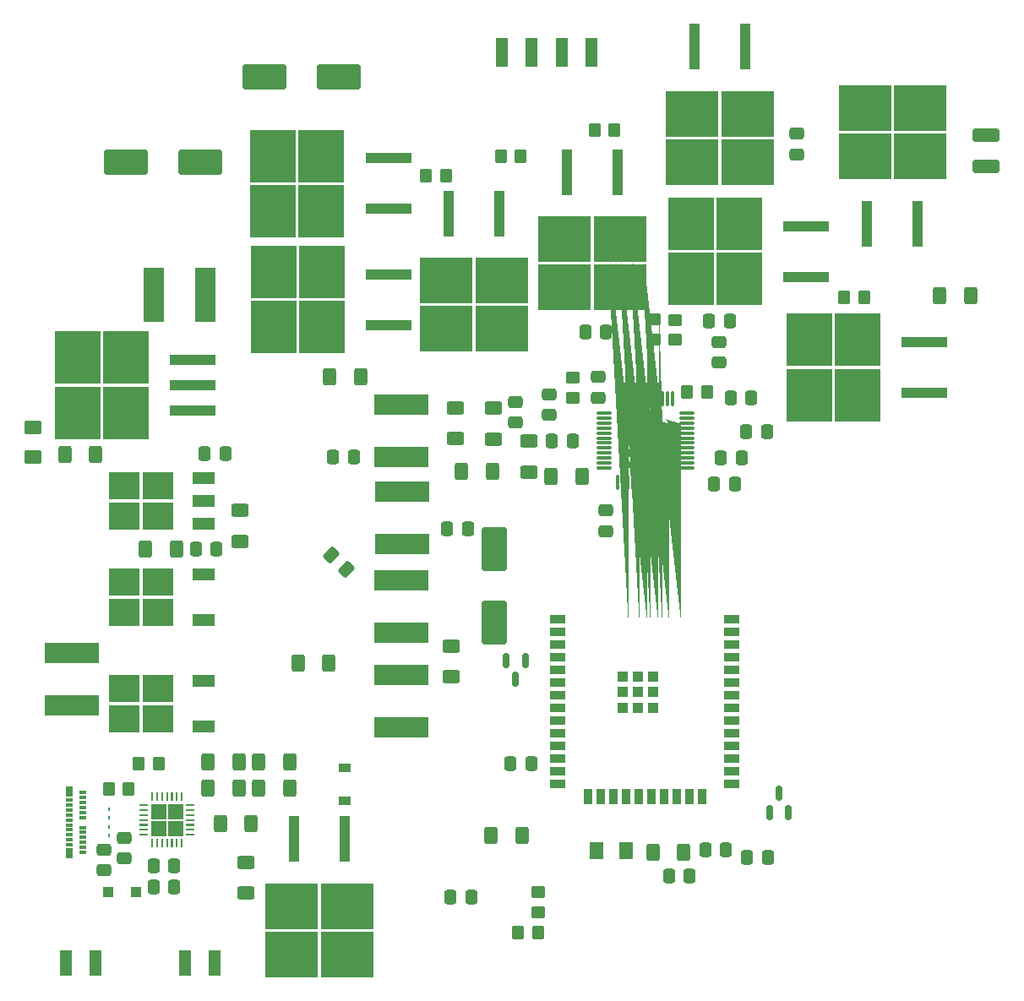
<source format=gbr>
%TF.GenerationSoftware,KiCad,Pcbnew,6.0.4-6f826c9f35~116~ubuntu20.04.1*%
%TF.CreationDate,2022-04-10T19:12:30+02:00*%
%TF.ProjectId,THEIA,54484549-412e-46b6-9963-61645f706362,rev?*%
%TF.SameCoordinates,Original*%
%TF.FileFunction,Paste,Top*%
%TF.FilePolarity,Positive*%
%FSLAX46Y46*%
G04 Gerber Fmt 4.6, Leading zero omitted, Abs format (unit mm)*
G04 Created by KiCad (PCBNEW 6.0.4-6f826c9f35~116~ubuntu20.04.1) date 2022-04-10 19:12:30*
%MOMM*%
%LPD*%
G01*
G04 APERTURE LIST*
G04 Aperture macros list*
%AMRoundRect*
0 Rectangle with rounded corners*
0 $1 Rounding radius*
0 $2 $3 $4 $5 $6 $7 $8 $9 X,Y pos of 4 corners*
0 Add a 4 corners polygon primitive as box body*
4,1,4,$2,$3,$4,$5,$6,$7,$8,$9,$2,$3,0*
0 Add four circle primitives for the rounded corners*
1,1,$1+$1,$2,$3*
1,1,$1+$1,$4,$5*
1,1,$1+$1,$6,$7*
1,1,$1+$1,$8,$9*
0 Add four rect primitives between the rounded corners*
20,1,$1+$1,$2,$3,$4,$5,0*
20,1,$1+$1,$4,$5,$6,$7,0*
20,1,$1+$1,$6,$7,$8,$9,0*
20,1,$1+$1,$8,$9,$2,$3,0*%
%AMFreePoly0*
4,1,57,0.310398,0.500898,0.314705,0.501203,0.317021,0.499938,0.323018,0.499068,0.347252,0.483421,0.372568,0.469589,0.469589,0.372568,0.482067,0.355857,0.485330,0.353026,0.486073,0.350492,0.489698,0.345638,0.495769,0.317441,0.503891,0.289756,0.503891,-0.289756,0.500898,-0.310398,0.501203,-0.314705,0.499938,-0.317021,0.499068,-0.323018,0.483421,-0.347252,0.469589,-0.372568,
0.372568,-0.469589,0.355856,-0.482069,0.353026,-0.485330,0.350494,-0.486073,0.345638,-0.489699,0.317434,-0.495771,0.289756,-0.503891,-0.289756,-0.503891,-0.310398,-0.500898,-0.314705,-0.501203,-0.317021,-0.499938,-0.323018,-0.499068,-0.347252,-0.483421,-0.372568,-0.469589,-0.469589,-0.372568,-0.482069,-0.355856,-0.485330,-0.353026,-0.486073,-0.350494,-0.489699,-0.345638,-0.495771,-0.317434,
-0.503891,-0.289756,-0.503891,0.289756,-0.500898,0.310398,-0.501203,0.314705,-0.499938,0.317021,-0.499068,0.323018,-0.483421,0.347252,-0.469589,0.372568,-0.372568,0.469589,-0.355857,0.482067,-0.353026,0.485330,-0.350492,0.486073,-0.345638,0.489698,-0.317441,0.495769,-0.289756,0.503891,0.289756,0.503891,0.310398,0.500898,0.310398,0.500898,$1*%
G04 Aperture macros list end*
%ADD10C,0.100000*%
%ADD11R,1.500000X0.900000*%
%ADD12R,0.900000X1.500000*%
%ADD13R,1.050000X1.050000*%
%ADD14RoundRect,0.250000X-0.400000X-0.625000X0.400000X-0.625000X0.400000X0.625000X-0.400000X0.625000X0*%
%ADD15RoundRect,0.250001X0.462499X0.624999X-0.462499X0.624999X-0.462499X-0.624999X0.462499X-0.624999X0*%
%ADD16RoundRect,0.250000X0.400000X0.625000X-0.400000X0.625000X-0.400000X-0.625000X0.400000X-0.625000X0*%
%ADD17R,1.100000X1.100000*%
%ADD18R,5.250000X4.550000*%
%ADD19R,1.100000X4.600000*%
%ADD20R,0.250000X0.360000*%
%ADD21R,5.520000X2.000000*%
%ADD22RoundRect,0.250000X0.574524X0.097227X0.097227X0.574524X-0.574524X-0.097227X-0.097227X-0.574524X0*%
%ADD23RoundRect,0.250000X0.625000X-0.400000X0.625000X0.400000X-0.625000X0.400000X-0.625000X-0.400000X0*%
%ADD24RoundRect,0.250000X-0.337500X-0.475000X0.337500X-0.475000X0.337500X0.475000X-0.337500X0.475000X0*%
%ADD25R,0.965200X0.254000*%
%ADD26R,0.254000X0.965200*%
%ADD27RoundRect,0.250000X-0.350000X-0.450000X0.350000X-0.450000X0.350000X0.450000X-0.350000X0.450000X0*%
%ADD28RoundRect,0.250000X1.100000X-0.412500X1.100000X0.412500X-1.100000X0.412500X-1.100000X-0.412500X0*%
%ADD29RoundRect,0.250000X-0.475000X0.337500X-0.475000X-0.337500X0.475000X-0.337500X0.475000X0.337500X0*%
%ADD30RoundRect,0.250000X0.337500X0.475000X-0.337500X0.475000X-0.337500X-0.475000X0.337500X-0.475000X0*%
%ADD31RoundRect,0.250000X0.350000X0.450000X-0.350000X0.450000X-0.350000X-0.450000X0.350000X-0.450000X0*%
%ADD32R,0.762000X0.330200*%
%ADD33R,0.762000X1.041400*%
%ADD34R,4.550000X5.250000*%
%ADD35R,4.600000X1.100000*%
%ADD36RoundRect,0.150000X0.150000X-0.587500X0.150000X0.587500X-0.150000X0.587500X-0.150000X-0.587500X0*%
%ADD37FreePoly0,0.000000*%
%ADD38RoundRect,0.075000X-0.662500X-0.075000X0.662500X-0.075000X0.662500X0.075000X-0.662500X0.075000X0*%
%ADD39RoundRect,0.075000X-0.075000X-0.662500X0.075000X-0.662500X0.075000X0.662500X-0.075000X0.662500X0*%
%ADD40RoundRect,0.250000X0.450000X-0.350000X0.450000X0.350000X-0.450000X0.350000X-0.450000X-0.350000X0*%
%ADD41RoundRect,0.250000X-0.625000X0.400000X-0.625000X-0.400000X0.625000X-0.400000X0.625000X0.400000X0*%
%ADD42RoundRect,0.250001X-0.624999X0.462499X-0.624999X-0.462499X0.624999X-0.462499X0.624999X0.462499X0*%
%ADD43R,1.200000X0.900000*%
%ADD44R,3.050000X2.750000*%
%ADD45R,2.200000X1.200000*%
%ADD46R,2.000000X5.520000*%
%ADD47RoundRect,0.250000X0.475000X-0.337500X0.475000X0.337500X-0.475000X0.337500X-0.475000X-0.337500X0*%
%ADD48R,1.270000X2.920000*%
%ADD49R,1.270000X2.540000*%
%ADD50RoundRect,0.250000X1.950000X1.000000X-1.950000X1.000000X-1.950000X-1.000000X1.950000X-1.000000X0*%
%ADD51RoundRect,0.150000X-0.150000X0.587500X-0.150000X-0.587500X0.150000X-0.587500X0.150000X0.587500X0*%
%ADD52RoundRect,0.250000X1.000000X-1.950000X1.000000X1.950000X-1.000000X1.950000X-1.000000X-1.950000X0*%
G04 APERTURE END LIST*
%TO.C,U8*%
G36*
X123495589Y-133396667D02*
G01*
X122019189Y-133396667D01*
X122019189Y-131920267D01*
X123495589Y-131920267D01*
X123495589Y-133396667D01*
G37*
D10*
X123495589Y-133396667D02*
X122019189Y-133396667D01*
X122019189Y-131920267D01*
X123495589Y-131920267D01*
X123495589Y-133396667D01*
G36*
X123495589Y-131720267D02*
G01*
X122019189Y-131720267D01*
X122019189Y-130243867D01*
X123495589Y-130243867D01*
X123495589Y-131720267D01*
G37*
X123495589Y-131720267D02*
X122019189Y-131720267D01*
X122019189Y-130243867D01*
X123495589Y-130243867D01*
X123495589Y-131720267D01*
G36*
X121819189Y-133396667D02*
G01*
X120342789Y-133396667D01*
X120342789Y-131920267D01*
X121819189Y-131920267D01*
X121819189Y-133396667D01*
G37*
X121819189Y-133396667D02*
X120342789Y-133396667D01*
X120342789Y-131920267D01*
X121819189Y-131920267D01*
X121819189Y-133396667D01*
G36*
X121819189Y-131720267D02*
G01*
X120342789Y-131720267D01*
X120342789Y-130243867D01*
X121819189Y-130243867D01*
X121819189Y-131720267D01*
G37*
X121819189Y-131720267D02*
X120342789Y-131720267D01*
X120342789Y-130243867D01*
X121819189Y-130243867D01*
X121819189Y-131720267D01*
G36*
X121820000Y-131726000D02*
G01*
X120343600Y-131726000D01*
X120343600Y-130249600D01*
X121820000Y-130249600D01*
X121820000Y-131726000D01*
G37*
X121820000Y-131726000D02*
X120343600Y-131726000D01*
X120343600Y-130249600D01*
X121820000Y-130249600D01*
X121820000Y-131726000D01*
G36*
X121820000Y-133402400D02*
G01*
X120343600Y-133402400D01*
X120343600Y-131926000D01*
X121820000Y-131926000D01*
X121820000Y-133402400D01*
G37*
X121820000Y-133402400D02*
X120343600Y-133402400D01*
X120343600Y-131926000D01*
X121820000Y-131926000D01*
X121820000Y-133402400D01*
G36*
X123496400Y-131726000D02*
G01*
X122020000Y-131726000D01*
X122020000Y-130249600D01*
X123496400Y-130249600D01*
X123496400Y-131726000D01*
G37*
X123496400Y-131726000D02*
X122020000Y-131726000D01*
X122020000Y-130249600D01*
X123496400Y-130249600D01*
X123496400Y-131726000D01*
G36*
X123496400Y-133402400D02*
G01*
X122020000Y-133402400D01*
X122020000Y-131926000D01*
X123496400Y-131926000D01*
X123496400Y-133402400D01*
G37*
X123496400Y-133402400D02*
X122020000Y-133402400D01*
X122020000Y-131926000D01*
X123496400Y-131926000D01*
X123496400Y-133402400D01*
%TD*%
D11*
%TO.C,U3*%
X161050000Y-111690000D03*
X161050000Y-112960000D03*
X161050000Y-114230000D03*
X161050000Y-115500000D03*
X161050000Y-116770000D03*
X161050000Y-118040000D03*
X161050000Y-119310000D03*
X161050000Y-120580000D03*
X161050000Y-121850000D03*
X161050000Y-123120000D03*
X161050000Y-124390000D03*
X161050000Y-125660000D03*
X161050000Y-126930000D03*
X161050000Y-128200000D03*
D12*
X164080000Y-129450000D03*
X165350000Y-129450000D03*
X166620000Y-129450000D03*
X167890000Y-129450000D03*
X169160000Y-129450000D03*
X170430000Y-129450000D03*
X171700000Y-129450000D03*
X172970000Y-129450000D03*
X174240000Y-129450000D03*
X175510000Y-129450000D03*
D11*
X178550000Y-128200000D03*
X178550000Y-126930000D03*
X178550000Y-125660000D03*
X178550000Y-124390000D03*
X178550000Y-123120000D03*
X178550000Y-121850000D03*
X178550000Y-120580000D03*
X178550000Y-119310000D03*
X178550000Y-118040000D03*
X178550000Y-116770000D03*
X178550000Y-115500000D03*
X178550000Y-114230000D03*
X178550000Y-112960000D03*
X178550000Y-111690000D03*
D13*
X169120000Y-120555000D03*
X167595000Y-120555000D03*
X169120000Y-119030000D03*
X167595000Y-119030000D03*
X170645000Y-119030000D03*
X169120000Y-117505000D03*
X167595000Y-117505000D03*
X170645000Y-120555000D03*
X170645000Y-117505000D03*
%TD*%
D14*
%TO.C,R3*%
X170611200Y-135051800D03*
X173711200Y-135051800D03*
%TD*%
D15*
%TO.C,D1*%
X167908300Y-134874000D03*
X164933300Y-134874000D03*
%TD*%
D16*
%TO.C,R27*%
X130352800Y-132181600D03*
X127252800Y-132181600D03*
%TD*%
D17*
%TO.C,D4*%
X118798800Y-139039600D03*
X115998800Y-139039600D03*
%TD*%
D18*
%TO.C,Q6*%
X167316200Y-78469400D03*
X161766200Y-73619400D03*
X167316200Y-73619400D03*
X161766200Y-78469400D03*
D19*
X167081200Y-66894400D03*
X162001200Y-66894400D03*
%TD*%
D14*
%TO.C,R21*%
X111683200Y-95199200D03*
X114783200Y-95199200D03*
%TD*%
D20*
%TO.C,D5*%
X116078000Y-130745600D03*
X116078000Y-131585600D03*
%TD*%
D21*
%TO.C,C25*%
X145440400Y-113042200D03*
X145440400Y-107836200D03*
%TD*%
D22*
%TO.C,C7*%
X139877800Y-106705400D03*
X138410554Y-105238154D03*
%TD*%
D23*
%TO.C,R2*%
X150444200Y-117475600D03*
X150444200Y-114375600D03*
%TD*%
D24*
%TO.C,C2*%
X175873500Y-134848600D03*
X177948500Y-134848600D03*
%TD*%
D25*
%TO.C,U8*%
X119595089Y-130320267D03*
X119595089Y-130820266D03*
X119595089Y-131320268D03*
X119595089Y-131820267D03*
X119595089Y-132320266D03*
X119595089Y-132820268D03*
X119595089Y-133320267D03*
D26*
X120419189Y-134144367D03*
X120919188Y-134144367D03*
X121419190Y-134144367D03*
X121919189Y-134144367D03*
X122419188Y-134144367D03*
X122919190Y-134144367D03*
X123419189Y-134144367D03*
D25*
X124243289Y-133320267D03*
X124243289Y-132820268D03*
X124243289Y-132320266D03*
X124243289Y-131820267D03*
X124243289Y-131320268D03*
X124243289Y-130820266D03*
X124243289Y-130320267D03*
D26*
X123419189Y-129496167D03*
X122919190Y-129496167D03*
X122419188Y-129496167D03*
X121919189Y-129496167D03*
X121419190Y-129496167D03*
X120919188Y-129496167D03*
X120419189Y-129496167D03*
%TD*%
D27*
%TO.C,R13*%
X189804800Y-79425800D03*
X191804800Y-79425800D03*
%TD*%
D28*
%TO.C,C20*%
X204012800Y-66332500D03*
X204012800Y-63207500D03*
%TD*%
D29*
%TO.C,C24*%
X185039000Y-63046700D03*
X185039000Y-65121700D03*
%TD*%
D24*
%TO.C,C3*%
X172241300Y-137414000D03*
X174316300Y-137414000D03*
%TD*%
D30*
%TO.C,C34*%
X122652700Y-138531600D03*
X120577700Y-138531600D03*
%TD*%
D27*
%TO.C,R6*%
X155362400Y-65303400D03*
X157362400Y-65303400D03*
%TD*%
D31*
%TO.C,R19*%
X166760400Y-62687200D03*
X164760400Y-62687200D03*
%TD*%
D32*
%TO.C,J25*%
X113467701Y-129080000D03*
X113467701Y-129579999D03*
X113467701Y-130080001D03*
X113467701Y-130580000D03*
X113467701Y-131079999D03*
X113467701Y-131580000D03*
X113467701Y-132580000D03*
X113467701Y-133080001D03*
X113467701Y-133580000D03*
X113467701Y-134079999D03*
X113467701Y-134580001D03*
X113467701Y-135080000D03*
D33*
X112167699Y-135180000D03*
D32*
X112167699Y-134330001D03*
X112167699Y-133829999D03*
X112167699Y-133330000D03*
X112167699Y-132830001D03*
X112167699Y-132330000D03*
X112167699Y-131830000D03*
X112167699Y-131329999D03*
X112167699Y-130830000D03*
X112167699Y-130330001D03*
X112167699Y-129829999D03*
D33*
X112167699Y-128980000D03*
%TD*%
D18*
%TO.C,Q3*%
X174536000Y-65911600D03*
X174536000Y-61061600D03*
X180086000Y-61061600D03*
X180086000Y-65911600D03*
D19*
X179851000Y-54336600D03*
X174771000Y-54336600D03*
%TD*%
D14*
%TO.C,R24*%
X154406000Y-133350000D03*
X157506000Y-133350000D03*
%TD*%
D21*
%TO.C,C27*%
X145440400Y-90208600D03*
X145440400Y-95414600D03*
%TD*%
D34*
%TO.C,Q5*%
X132528400Y-65271600D03*
X137378400Y-70821600D03*
X137378400Y-65271600D03*
X132528400Y-70821600D03*
D35*
X144103400Y-70586600D03*
X144103400Y-65506600D03*
%TD*%
D21*
%TO.C,C30*%
X145440400Y-122541800D03*
X145440400Y-117335800D03*
%TD*%
D36*
%TO.C,Q10*%
X182285600Y-131061100D03*
X184185600Y-131061100D03*
X183235600Y-129186100D03*
%TD*%
D37*
%TO.C,IC1*%
X168162300Y-93239700D03*
X171537300Y-92114700D03*
X170412300Y-92114700D03*
X171537300Y-94364700D03*
X169287300Y-93239700D03*
X169287300Y-95489700D03*
X170412300Y-94364700D03*
X168162300Y-95489700D03*
X170412300Y-93239700D03*
X171537300Y-95489700D03*
X168162300Y-94364700D03*
X170412300Y-95489700D03*
X169287300Y-94364700D03*
X168162300Y-92114700D03*
X169287300Y-92114700D03*
X171537300Y-93239700D03*
D38*
X165687300Y-91052200D03*
X165687300Y-91552200D03*
X165687300Y-92052200D03*
X165687300Y-92552200D03*
X165687300Y-93052200D03*
X165687300Y-93552200D03*
X165687300Y-94052200D03*
X165687300Y-94552200D03*
X165687300Y-95052200D03*
X165687300Y-95552200D03*
X165687300Y-96052200D03*
X165687300Y-96552200D03*
D39*
X167099800Y-97964700D03*
X167599800Y-97964700D03*
X168099800Y-97964700D03*
X168599800Y-97964700D03*
X169099800Y-97964700D03*
X169599800Y-97964700D03*
X170099800Y-97964700D03*
X170599800Y-97964700D03*
X171099800Y-97964700D03*
X171599800Y-97964700D03*
X172099800Y-97964700D03*
X172599800Y-97964700D03*
D38*
X174012300Y-96552200D03*
X174012300Y-96052200D03*
X174012300Y-95552200D03*
X174012300Y-95052200D03*
X174012300Y-94552200D03*
X174012300Y-94052200D03*
X174012300Y-93552200D03*
X174012300Y-93052200D03*
X174012300Y-92552200D03*
X174012300Y-92052200D03*
X174012300Y-91552200D03*
X174012300Y-91052200D03*
D39*
X172599800Y-89639700D03*
X172099800Y-89639700D03*
X171599800Y-89639700D03*
X171099800Y-89639700D03*
X170599800Y-89639700D03*
X170099800Y-89639700D03*
X169599800Y-89639700D03*
X169099800Y-89639700D03*
X168599800Y-89639700D03*
X168099800Y-89639700D03*
X167599800Y-89639700D03*
X167099800Y-89639700D03*
%TD*%
D24*
%TO.C,C11*%
X176762500Y-98196400D03*
X178837500Y-98196400D03*
%TD*%
D40*
%TO.C,R8*%
X170713400Y-83677000D03*
X170713400Y-81677000D03*
%TD*%
D16*
%TO.C,R26*%
X129108800Y-125984000D03*
X126008800Y-125984000D03*
%TD*%
D34*
%TO.C,Q7*%
X191124800Y-89236600D03*
X186274800Y-89236600D03*
X186274800Y-83686600D03*
X191124800Y-83686600D03*
D35*
X197849800Y-89001600D03*
X197849800Y-83921600D03*
%TD*%
D23*
%TO.C,R5*%
X158216600Y-96977800D03*
X158216600Y-93877800D03*
%TD*%
D30*
%TO.C,C14*%
X180463100Y-89535000D03*
X178388100Y-89535000D03*
%TD*%
D41*
%TO.C,R12*%
X150825200Y-90525000D03*
X150825200Y-93625000D03*
%TD*%
D29*
%TO.C,C19*%
X177266600Y-83900100D03*
X177266600Y-85975100D03*
%TD*%
D14*
%TO.C,R23*%
X119760400Y-104698800D03*
X122860400Y-104698800D03*
%TD*%
D40*
%TO.C,R17*%
X172872400Y-83702400D03*
X172872400Y-81702400D03*
%TD*%
D30*
%TO.C,C15*%
X182034000Y-92913200D03*
X179959000Y-92913200D03*
%TD*%
D42*
%TO.C,D3*%
X108508800Y-92492500D03*
X108508800Y-95467500D03*
%TD*%
D14*
%TO.C,R11*%
X151434200Y-96850200D03*
X154534200Y-96850200D03*
%TD*%
D43*
%TO.C,D2*%
X139700000Y-126620000D03*
X139700000Y-129920000D03*
%TD*%
D14*
%TO.C,R9*%
X160425800Y-97409000D03*
X163525800Y-97409000D03*
%TD*%
D41*
%TO.C,R20*%
X129844800Y-136067200D03*
X129844800Y-139167200D03*
%TD*%
D24*
%TO.C,C29*%
X125708500Y-95148400D03*
X127783500Y-95148400D03*
%TD*%
D44*
%TO.C,U6*%
X120987000Y-101347000D03*
X117637000Y-101347000D03*
X117637000Y-98297000D03*
X120987000Y-98297000D03*
D45*
X125612000Y-102102000D03*
X125612000Y-99822000D03*
X125612000Y-97542000D03*
%TD*%
D24*
%TO.C,C6*%
X150016300Y-102666800D03*
X152091300Y-102666800D03*
%TD*%
D14*
%TO.C,R32*%
X126008800Y-128676400D03*
X129108800Y-128676400D03*
%TD*%
D30*
%TO.C,C1*%
X182139500Y-135559800D03*
X180064500Y-135559800D03*
%TD*%
D46*
%TO.C,C28*%
X125793000Y-79197200D03*
X120587000Y-79197200D03*
%TD*%
D25*
%TO.C,U8*%
X119595900Y-130326000D03*
X119595900Y-130825999D03*
X119595900Y-131326001D03*
X119595900Y-131826000D03*
X119595900Y-132325999D03*
X119595900Y-132826001D03*
X119595900Y-133326000D03*
D26*
X120420000Y-134150100D03*
X120919999Y-134150100D03*
X121420001Y-134150100D03*
X121920000Y-134150100D03*
X122419999Y-134150100D03*
X122920001Y-134150100D03*
X123420000Y-134150100D03*
D25*
X124244100Y-133326000D03*
X124244100Y-132826001D03*
X124244100Y-132325999D03*
X124244100Y-131826000D03*
X124244100Y-131326001D03*
X124244100Y-130825999D03*
X124244100Y-130326000D03*
D26*
X123420000Y-129501900D03*
X122920001Y-129501900D03*
X122419999Y-129501900D03*
X121920000Y-129501900D03*
X121420001Y-129501900D03*
X120919999Y-129501900D03*
X120420000Y-129501900D03*
%TD*%
D47*
%TO.C,C12*%
X165887400Y-102870000D03*
X165887400Y-100795000D03*
%TD*%
%TO.C,C16*%
X165125400Y-89505700D03*
X165125400Y-87430700D03*
%TD*%
D29*
%TO.C,C37*%
X115570000Y-134801700D03*
X115570000Y-136876700D03*
%TD*%
D20*
%TO.C,D6*%
X116078000Y-133414400D03*
X116078000Y-132574400D03*
%TD*%
D48*
%TO.C,J6*%
X155469200Y-54878600D03*
X158469200Y-54878600D03*
X161469200Y-54878600D03*
X164469200Y-54878600D03*
%TD*%
D49*
%TO.C,J18*%
X111793112Y-146168040D03*
X114793112Y-146168040D03*
%TD*%
D34*
%TO.C,U5*%
X112945000Y-91040000D03*
X117795000Y-85490000D03*
X112945000Y-85490000D03*
X117795000Y-91040000D03*
D35*
X124520000Y-90805000D03*
X124520000Y-88265000D03*
X124520000Y-85725000D03*
%TD*%
D47*
%TO.C,C8*%
X160248600Y-91258300D03*
X160248600Y-89183300D03*
%TD*%
D27*
%TO.C,R31*%
X119065800Y-126212600D03*
X121065800Y-126212600D03*
%TD*%
D18*
%TO.C,Q8*%
X197415200Y-65344000D03*
X191865200Y-60494000D03*
X197415200Y-60494000D03*
X191865200Y-65344000D03*
D19*
X192100200Y-72069000D03*
X197180200Y-72069000D03*
%TD*%
D14*
%TO.C,R25*%
X135051200Y-116078000D03*
X138151200Y-116078000D03*
%TD*%
D29*
%TO.C,C36*%
X117652800Y-133633300D03*
X117652800Y-135708300D03*
%TD*%
D21*
%TO.C,C32*%
X112420400Y-115100600D03*
X112420400Y-120306600D03*
%TD*%
D50*
%TO.C,C22*%
X125239000Y-65913000D03*
X117839000Y-65913000D03*
%TD*%
D40*
%TO.C,R1*%
X159105600Y-141055600D03*
X159105600Y-139055600D03*
%TD*%
D30*
%TO.C,C18*%
X165934300Y-82931000D03*
X163859300Y-82931000D03*
%TD*%
%TO.C,C13*%
X179523300Y-95554800D03*
X177448300Y-95554800D03*
%TD*%
D27*
%TO.C,R4*%
X157089600Y-143103600D03*
X159089600Y-143103600D03*
%TD*%
D41*
%TO.C,R10*%
X154660600Y-90575800D03*
X154660600Y-93675800D03*
%TD*%
D34*
%TO.C,Q1*%
X132589400Y-76898400D03*
X137439400Y-76898400D03*
X132589400Y-82448400D03*
X137439400Y-82448400D03*
D35*
X144164400Y-82213400D03*
X144164400Y-77133400D03*
%TD*%
D50*
%TO.C,C21*%
X139132800Y-57378600D03*
X131732800Y-57378600D03*
%TD*%
D29*
%TO.C,C9*%
X156870400Y-89919900D03*
X156870400Y-91994900D03*
%TD*%
D24*
%TO.C,C17*%
X176254500Y-81813400D03*
X178329500Y-81813400D03*
%TD*%
D30*
%TO.C,C10*%
X162581500Y-93878400D03*
X160506500Y-93878400D03*
%TD*%
D40*
%TO.C,R7*%
X162560000Y-89493600D03*
X162560000Y-87493600D03*
%TD*%
D24*
%TO.C,C23*%
X138586300Y-95453200D03*
X140661300Y-95453200D03*
%TD*%
D49*
%TO.C,SW1*%
X123731112Y-146168040D03*
X126731112Y-146168040D03*
%TD*%
D34*
%TO.C,Q4*%
X174423200Y-72059800D03*
X179273200Y-72059800D03*
X174423200Y-77609800D03*
X179273200Y-77609800D03*
D35*
X185998200Y-77374800D03*
X185998200Y-72294800D03*
%TD*%
D16*
%TO.C,R29*%
X134188800Y-128676400D03*
X131088800Y-128676400D03*
%TD*%
D30*
%TO.C,C31*%
X126898400Y-104698800D03*
X124823400Y-104698800D03*
%TD*%
D27*
%TO.C,R16*%
X174047400Y-88925400D03*
X176047400Y-88925400D03*
%TD*%
D30*
%TO.C,C35*%
X122652700Y-136398000D03*
X120577700Y-136398000D03*
%TD*%
D27*
%TO.C,R30*%
X116094000Y-128727200D03*
X118094000Y-128727200D03*
%TD*%
D16*
%TO.C,R28*%
X134188800Y-125984000D03*
X131088800Y-125984000D03*
%TD*%
D24*
%TO.C,C4*%
X156340900Y-126187200D03*
X158415900Y-126187200D03*
%TD*%
%TO.C,C5*%
X150346500Y-139547600D03*
X152421500Y-139547600D03*
%TD*%
D27*
%TO.C,R18*%
X147894800Y-67259200D03*
X149894800Y-67259200D03*
%TD*%
D44*
%TO.C,U4*%
X117637000Y-110999000D03*
X120987000Y-110999000D03*
X120987000Y-107949000D03*
X117637000Y-107949000D03*
D45*
X125612000Y-111754000D03*
X125612000Y-107194000D03*
%TD*%
D51*
%TO.C,Q11*%
X157820400Y-115876500D03*
X155920400Y-115876500D03*
X156870400Y-117751500D03*
%TD*%
D18*
%TO.C,Q9*%
X134404000Y-145312000D03*
X139954000Y-145312000D03*
X134404000Y-140462000D03*
X139954000Y-140462000D03*
D19*
X139719000Y-133737000D03*
X134639000Y-133737000D03*
%TD*%
D52*
%TO.C,C33*%
X154686000Y-112081200D03*
X154686000Y-104681200D03*
%TD*%
D41*
%TO.C,R22*%
X129235200Y-100812000D03*
X129235200Y-103912000D03*
%TD*%
D21*
%TO.C,C26*%
X145491200Y-104152200D03*
X145491200Y-98946200D03*
%TD*%
D16*
%TO.C,R15*%
X202464000Y-79273400D03*
X199364000Y-79273400D03*
%TD*%
D44*
%TO.C,U7*%
X120987000Y-118617000D03*
X117637000Y-118617000D03*
X120987000Y-121667000D03*
X117637000Y-121667000D03*
D45*
X125612000Y-122422000D03*
X125612000Y-117862000D03*
%TD*%
D18*
%TO.C,Q2*%
X149910800Y-82600800D03*
X155460800Y-82600800D03*
X155460800Y-77750800D03*
X149910800Y-77750800D03*
D19*
X155225800Y-71025800D03*
X150145800Y-71025800D03*
%TD*%
D14*
%TO.C,R14*%
X138200800Y-87426800D03*
X141300800Y-87426800D03*
%TD*%
M02*

</source>
